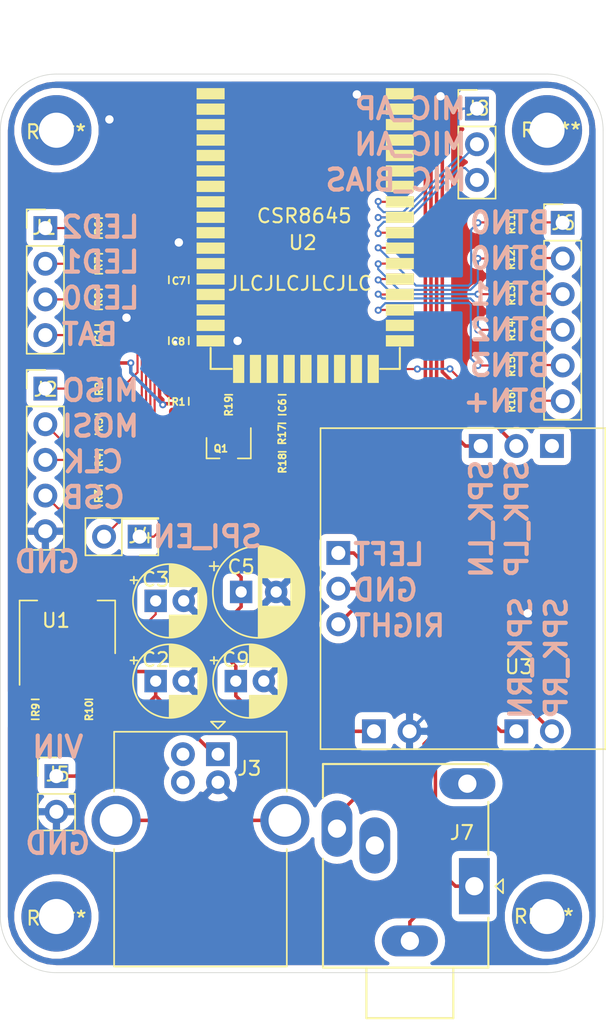
<source format=kicad_pcb>
(kicad_pcb (version 20171130) (host pcbnew "(5.1.5)-3")
  (layers (0 F.Cu signal) (31 B.Cu signal) (34 B.Paste user hide) (35 F.Paste user hide) (36 B.SilkS user) (37 F.SilkS user) (38 B.Mask user) (39 F.Mask user) (44 Edge.Cuts user))
  (net 0 "")
  (net 1 GND)
  (net 2 BAT)
  (net 3 VIN)
  (net 4 "Net-(C3-Pad1)")
  (net 5 "Net-(C6-Pad2)")
  (net 6 1V8)
  (net 7 "Net-(J1-Pad1)")
  (net 8 "Net-(J1-Pad2)")
  (net 9 "Net-(J1-Pad3)")
  (net 10 "Net-(J2-Pad1)")
  (net 11 "Net-(J2-Pad2)")
  (net 12 "Net-(J2-Pad3)")
  (net 13 "Net-(J2-Pad4)")
  (net 14 "Net-(J3-Pad2)")
  (net 15 "Net-(J3-Pad3)")
  (net 16 "Net-(J3-Pad5)")
  (net 17 "Net-(J4-Pad1)")
  (net 18 SPI_PCM)
  (net 19 "Net-(J6-Pad1)")
  (net 20 "Net-(J6-Pad2)")
  (net 21 "Net-(J6-Pad3)")
  (net 22 "Net-(J6-Pad4)")
  (net 23 "Net-(J6-Pad5)")
  (net 24 "Net-(J6-Pad6)")
  (net 25 "Net-(J7-PadT)")
  (net 26 "Net-(J7-PadTN)")
  (net 27 "Net-(J7-PadRN)")
  (net 28 "Net-(J7-PadR)")
  (net 29 "Net-(J7-PadS)")
  (net 30 "Net-(Q1-Pad1)")
  (net 31 POWER_EN)
  (net 32 MISO)
  (net 33 MOSI)
  (net 34 CLK)
  (net 35 CSB)
  (net 36 LED0)
  (net 37 LED1)
  (net 38 LED2)
  (net 39 BTN0)
  (net 40 BTN1)
  (net 41 BTN2)
  (net 42 BTN3)
  (net 43 BTN4)
  (net 44 "Net-(U2-Pad4)")
  (net 45 "Net-(U2-Pad10)")
  (net 46 "Net-(U2-Pad11)")
  (net 47 "Net-(U2-Pad12)")
  (net 48 "Net-(U2-Pad13)")
  (net 49 "Net-(U2-Pad18)")
  (net 50 "Net-(U2-Pad19)")
  (net 51 "Net-(U2-Pad20)")
  (net 52 "Net-(U2-Pad21)")
  (net 53 "Net-(U2-Pad24)")
  (net 54 "Net-(U2-Pad25)")
  (net 55 "Net-(U2-Pad26)")
  (net 56 SPK_LP)
  (net 57 SPK_LN)
  (net 58 SPK_RP)
  (net 59 SPK_RN)
  (net 60 "Net-(U2-Pad38)")
  (net 61 "Net-(U2-Pad37)")
  (net 62 "Net-(U3-Pad10)")
  (net 63 MIC_AP)
  (net 64 MIC_AN)
  (net 65 MIC_BIAS)
  (net 66 PIO13)
  (net 67 PIO12)
  (net 68 "Net-(U2-Pad28)")
  (net 69 "Net-(U2-Pad27)")
  (module Resistor_SMD:R_0805_2012Metric_Pad1.15x1.40mm_HandSolder (layer F.Cu) (at 131.487 104.245 180)
    (fp_text reference R9 (at -0.0342 -0.0474 90) (layer F.SilkS) (effects (font (size 0.5 0.5) (thickness 0.125))))
    (fp_text value 220)
    (pad 2 smd roundrect (at 1.025 0 180) (size 1.15 1.4) (layers F.Cu F.Paste F.Mask) (roundrect_rratio 0.217391) (net 1 GND))
    (pad 1 smd roundrect (at -1.025 0 180) (size 1.15 1.4) (layers F.Cu F.Paste F.Mask) (roundrect_rratio 0.217391) (net 4 "Net-(C3-Pad1)"))
  )
  (module Resistor_SMD:R_0805_2012Metric_Pad1.15x1.40mm_HandSolder (layer F.Cu) (at 135.315 104.245 180)
    (fp_text reference R10 (at -0.0162 -0.0982 90) (layer F.SilkS) (effects (font (size 0.5 0.5) (thickness 0.125))))
    (fp_text value 120)
    (pad 1 smd roundrect (at -1.025 0 180) (size 1.15 1.4) (layers F.Cu F.Paste F.Mask) (roundrect_rratio 0.217391) (net 2 BAT))
    (pad 2 smd roundrect (at 1.025 0 180) (size 1.15 1.4) (layers F.Cu F.Paste F.Mask) (roundrect_rratio 0.217391) (net 4 "Net-(C3-Pad1)"))
  )
  (module Package_TO_SOT_SMD:SOT-223-3_TabPin2 (layer F.Cu) (at 133.782 98.403 90)
    (fp_text reference U1 (at 0.486 -0.813 180) (layer F.SilkS))
    (fp_text value LD1117SC-R)
    (pad 2 smd rect (at 3.15 0 90) (size 2 3.8) (layers F.Cu F.Paste F.Mask) (net 2 BAT))
    (pad 2 smd rect (at -3.15 0 90) (size 2 1.5) (layers F.Cu F.Paste F.Mask) (net 2 BAT))
    (pad 3 smd rect (at -3.15 2.3 90) (size 2 1.5) (layers F.Cu F.Paste F.Mask) (net 3 VIN))
    (pad 1 smd rect (at -3.15 -2.3 90) (size 2 1.5) (layers F.Cu F.Paste F.Mask) (net 4 "Net-(C3-Pad1)"))
  )
  (module Resistor_SMD:R_0805_2012Metric_Pad1.15x1.40mm_HandSolder (layer F.Cu) (at 165.435 82.264)
    (fp_text reference R16 (at 0.0206 0.1082 90) (layer F.SilkS) (effects (font (size 0.5 0.5) (thickness 0.125))))
    (fp_text value 4k7)
    (pad 2 smd roundrect (at 1.025 0) (size 1.15 1.4) (layers F.Cu F.Paste F.Mask) (roundrect_rratio 0.217391) (net 24 "Net-(J6-Pad6)"))
    (pad 1 smd roundrect (at -1.025 0) (size 1.15 1.4) (layers F.Cu F.Paste F.Mask) (roundrect_rratio 0.217391) (net 6 1V8))
  )
  (module Resistor_SMD:R_0805_2012Metric_Pad1.15x1.40mm_HandSolder (layer F.Cu) (at 165.417 72.104)
    (fp_text reference R12 (at 0.0132 0.1082 90) (layer F.SilkS) (effects (font (size 0.5 0.5) (thickness 0.125))))
    (fp_text value 4k7)
    (pad 2 smd roundrect (at 1.025 0) (size 1.15 1.4) (layers F.Cu F.Paste F.Mask) (roundrect_rratio 0.217391) (net 20 "Net-(J6-Pad2)"))
    (pad 1 smd roundrect (at -1.025 0) (size 1.15 1.4) (layers F.Cu F.Paste F.Mask) (roundrect_rratio 0.217391) (net 40 BTN1))
  )
  (module Resistor_SMD:R_0805_2012Metric_Pad1.15x1.40mm_HandSolder (layer F.Cu) (at 165.435 74.644)
    (fp_text reference R13 (at 0.0206 0.1082 90) (layer F.SilkS) (effects (font (size 0.5 0.5) (thickness 0.125))))
    (fp_text value 4k7)
    (pad 1 smd roundrect (at -1.025 0) (size 1.15 1.4) (layers F.Cu F.Paste F.Mask) (roundrect_rratio 0.217391) (net 41 BTN2))
    (pad 2 smd roundrect (at 1.025 0) (size 1.15 1.4) (layers F.Cu F.Paste F.Mask) (roundrect_rratio 0.217391) (net 21 "Net-(J6-Pad3)"))
  )
  (module Resistor_SMD:R_0805_2012Metric_Pad1.15x1.40mm_HandSolder (layer F.Cu) (at 165.435 77.184)
    (fp_text reference R14 (at 0.0206 0.1082 90) (layer F.SilkS) (effects (font (size 0.5 0.5) (thickness 0.125))))
    (fp_text value 4k7)
    (pad 2 smd roundrect (at 1.025 0) (size 1.15 1.4) (layers F.Cu F.Paste F.Mask) (roundrect_rratio 0.217391) (net 22 "Net-(J6-Pad4)"))
    (pad 1 smd roundrect (at -1.025 0) (size 1.15 1.4) (layers F.Cu F.Paste F.Mask) (roundrect_rratio 0.217391) (net 42 BTN3))
  )
  (module Resistor_SMD:R_0805_2012Metric_Pad1.15x1.40mm_HandSolder (layer F.Cu) (at 165.435 69.564)
    (fp_text reference R11 (at 0.0206 0.1082 90) (layer F.SilkS) (effects (font (size 0.5 0.5) (thickness 0.125))))
    (fp_text value 4k7)
    (pad 1 smd roundrect (at -1.025 0) (size 1.15 1.4) (layers F.Cu F.Paste F.Mask) (roundrect_rratio 0.217391) (net 39 BTN0))
    (pad 2 smd roundrect (at 1.025 0) (size 1.15 1.4) (layers F.Cu F.Paste F.Mask) (roundrect_rratio 0.217391) (net 19 "Net-(J6-Pad1)"))
  )
  (module Resistor_SMD:R_0805_2012Metric_Pad1.15x1.40mm_HandSolder (layer F.Cu) (at 165.435 79.724)
    (fp_text reference R15 (at 0.0206 0.1082 90) (layer F.SilkS) (effects (font (size 0.5 0.5) (thickness 0.125))))
    (fp_text value 4k7)
    (pad 1 smd roundrect (at -1.025 0) (size 1.15 1.4) (layers F.Cu F.Paste F.Mask) (roundrect_rratio 0.217391) (net 43 BTN4))
    (pad 2 smd roundrect (at 1.025 0) (size 1.15 1.4) (layers F.Cu F.Paste F.Mask) (roundrect_rratio 0.217391) (net 23 "Net-(J6-Pad5)"))
  )
  (module Connector_PinHeader_2.54mm:PinHeader_1x06_P2.54mm_Vertical (layer F.Cu) (at 169.116 69.596)
    (fp_text reference J6 (at 0.048 0) (layer F.SilkS))
    (fp_text value Conn_01x06_Male)
    (pad 1 thru_hole rect (at 0 0) (size 1.7 1.7) (drill 1) (layers *.Cu *.Mask) (net 19 "Net-(J6-Pad1)"))
    (pad 2 thru_hole oval (at 0 2.54) (size 1.7 1.7) (drill 1) (layers *.Cu *.Mask) (net 20 "Net-(J6-Pad2)"))
    (pad 3 thru_hole oval (at 0 5.08) (size 1.7 1.7) (drill 1) (layers *.Cu *.Mask) (net 21 "Net-(J6-Pad3)"))
    (pad 4 thru_hole oval (at 0 7.62) (size 1.7 1.7) (drill 1) (layers *.Cu *.Mask) (net 22 "Net-(J6-Pad4)"))
    (pad 5 thru_hole oval (at 0 10.16) (size 1.7 1.7) (drill 1) (layers *.Cu *.Mask) (net 23 "Net-(J6-Pad5)"))
    (pad 6 thru_hole oval (at 0 12.7) (size 1.7 1.7) (drill 1) (layers *.Cu *.Mask) (net 24 "Net-(J6-Pad6)"))
  )
  (module Connector_PinHeader_2.54mm:PinHeader_1x03_P2.54mm_Vertical (layer F.Cu) (at 163 61.46)
    (fp_text reference J8 (at 0.0426 -0.0174) (layer F.SilkS))
    (fp_text value Conn_01x03_Male)
    (pad 1 thru_hole rect (at 0 0) (size 1.7 1.7) (drill 1) (layers *.Cu *.Mask) (net 63 MIC_AP))
    (pad 2 thru_hole oval (at 0 2.54) (size 1.7 1.7) (drill 1) (layers *.Cu *.Mask) (net 64 MIC_AN))
    (pad 3 thru_hole oval (at 0 5.08) (size 1.7 1.7) (drill 1) (layers *.Cu *.Mask) (net 65 MIC_BIAS))
  )
  (module MountingHole:MountingHole_2.5mm_Pad (layer F.Cu) (at 168 119)
    (fp_text reference REF** (at -0.233 -0.001) (layer F.SilkS))
    (fp_text value MountingHole_2.5mm_Pad)
    (pad 1 thru_hole circle (at 0 0) (size 5 5) (drill 2.5) (layers *.Cu *.Mask))
  )
  (module MountingHole:MountingHole_2.5mm_Pad (layer F.Cu) (at 168 63)
    (fp_text reference REF** (at 0.275 -0.008) (layer F.SilkS))
    (fp_text value MountingHole_2.5mm_Pad)
    (pad 1 thru_hole circle (at 0 0) (size 5 5) (drill 2.5) (layers *.Cu *.Mask))
  )
  (module MountingHole:MountingHole_2.5mm_Pad (layer F.Cu) (at 133 119)
    (fp_text reference REF** (at 0 0.126) (layer F.SilkS))
    (fp_text value MountingHole_2.5mm_Pad)
    (pad 1 thru_hole circle (at 0 0) (size 5 5) (drill 2.5) (layers *.Cu *.Mask))
  )
  (module MountingHole:MountingHole_2.5mm_Pad (layer F.Cu) (at 133 63)
    (fp_text reference REF** (at -0.031 0.119) (layer F.SilkS))
    (fp_text value MountingHole_2.5mm_Pad)
    (pad 1 thru_hole circle (at 0 0) (size 5 5) (drill 2.5) (layers *.Cu *.Mask))
  )
  (module bluetooth:MAX97220_amp (layer F.Cu) (at 162 102 90)
    (fp_text reference U3 (at 0.781 3.989 180) (layer F.SilkS))
    (fp_text value MAX97220_Amp)
    (pad 1 thru_hole rect (at -3.81 -6.35 90) (size 1.7 1.7) (drill 1) (layers *.Cu *.Mask) (net 2 BAT))
    (pad 2 thru_hole oval (at -3.81 -3.81 90) (size 1.7 1.7) (drill 1) (layers *.Cu *.Mask) (net 1 GND))
    (pad 3 thru_hole rect (at -3.81 3.81 90) (size 1.7 1.7) (drill 1) (layers *.Cu *.Mask) (net 59 SPK_RN))
    (pad 4 thru_hole oval (at -3.81 6.35 90) (size 1.7 1.7) (drill 1) (layers *.Cu *.Mask) (net 58 SPK_RP))
    (pad 7 thru_hole circle (at 3.81 -8.89 90) (size 1.7 1.7) (drill 1) (layers *.Cu *.Mask) (net 28 "Net-(J7-PadR)"))
    (pad 8 thru_hole circle (at 6.35 -8.89 90) (size 1.7 1.7) (drill 1) (layers *.Cu *.Mask) (net 29 "Net-(J7-PadS)"))
    (pad 9 thru_hole rect (at 8.89 -8.89 90) (size 1.7 1.7) (drill 1) (layers *.Cu *.Mask) (net 25 "Net-(J7-PadT)"))
    (pad 6 thru_hole circle (at 16.51 3.81 90) (size 1.7 1.7) (drill 1) (layers *.Cu *.Mask) (net 56 SPK_LP))
    (pad 10 thru_hole rect (at 16.51 6.35 90) (size 1.7 1.7) (drill 1) (layers *.Cu *.Mask) (net 62 "Net-(U3-Pad10)"))
    (pad 5 thru_hole rect (at 16.51 1.27 90) (size 1.7 1.7) (drill 1) (layers *.Cu *.Mask) (net 57 SPK_LN))
  )
  (module bluetooth:F-3188_CSR8645 (layer F.Cu) (at 144 80)
    (fp_text reference U2 (at 6.57 -8.99) (layer F.SilkS))
    (fp_text value CSR8645 (at 6.68 -10.9) (layer F.SilkS))
    (pad 1 smd rect (at 0 -19.6) (size 2 0.8) (layers F.Cu F.Paste F.SilkS F.Mask) (net 38 LED2))
    (pad 2 smd rect (at 0 -18.5) (size 2 0.8) (layers F.Cu F.Paste F.SilkS F.Mask) (net 37 LED1))
    (pad 3 smd rect (at 0 -17.4) (size 2 0.8) (layers F.Cu F.Paste F.SilkS F.Mask) (net 36 LED0))
    (pad 4 smd rect (at 0 -16.3) (size 2 0.8) (layers F.Cu F.Paste F.SilkS F.Mask) (net 44 "Net-(U2-Pad4)"))
    (pad 5 smd rect (at 0 -15.2) (size 2 0.8) (layers F.Cu F.Paste F.SilkS F.Mask) (net 32 MISO))
    (pad 6 smd rect (at 0 -14.1) (size 2 0.8) (layers F.Cu F.Paste F.SilkS F.Mask) (net 35 CSB))
    (pad 7 smd rect (at 0 -13) (size 2 0.8) (layers F.Cu F.Paste F.SilkS F.Mask) (net 34 CLK))
    (pad 8 smd rect (at 0 -11.9) (size 2 0.8) (layers F.Cu F.Paste F.SilkS F.Mask) (net 33 MOSI))
    (pad 9 smd rect (at 0 -10.8) (size 2 0.8) (layers F.Cu F.Paste F.SilkS F.Mask) (net 18 SPI_PCM))
    (pad 10 smd rect (at 0 -9.7) (size 2 0.8) (layers F.Cu F.Paste F.SilkS F.Mask) (net 45 "Net-(U2-Pad10)"))
    (pad 11 smd rect (at 0 -8.6) (size 2 0.8) (layers F.Cu F.Paste F.SilkS F.Mask) (net 46 "Net-(U2-Pad11)"))
    (pad 12 smd rect (at 0 -7.5) (size 2 0.8) (layers F.Cu F.Paste F.SilkS F.Mask) (net 47 "Net-(U2-Pad12)"))
    (pad 13 smd rect (at 0 -6.4) (size 2 0.8) (layers F.Cu F.Paste F.SilkS F.Mask) (net 48 "Net-(U2-Pad13)"))
    (pad 14 smd rect (at 0 -5.3) (size 2 0.8) (layers F.Cu F.Paste F.SilkS F.Mask) (net 2 BAT))
    (pad 15 smd rect (at 0 -4.2) (size 2 0.8) (layers F.Cu F.Paste F.SilkS F.Mask) (net 31 POWER_EN))
    (pad 16 smd rect (at 0 -3.1) (size 2 0.8) (layers F.Cu F.Paste F.SilkS F.Mask) (net 6 1V8))
    (pad 17 smd rect (at 0 -2) (size 2 0.8) (layers F.Cu F.Paste F.SilkS F.Mask) (net 1 GND))
    (pad 18 smd rect (at 2 0) (size 0.8 2) (layers F.Cu F.Paste F.SilkS F.Mask) (net 49 "Net-(U2-Pad18)"))
    (pad 19 smd rect (at 3.2 0) (size 0.8 2) (layers F.Cu F.Paste F.SilkS F.Mask) (net 50 "Net-(U2-Pad19)"))
    (pad 20 smd rect (at 4.4 0) (size 0.8 2) (layers F.Cu F.Paste F.SilkS F.Mask) (net 51 "Net-(U2-Pad20)"))
    (pad 21 smd rect (at 5.6 0) (size 0.8 2) (layers F.Cu F.Paste F.SilkS F.Mask) (net 52 "Net-(U2-Pad21)"))
    (pad 22 smd rect (at 6.8 0) (size 0.8 2) (layers F.Cu F.Paste F.SilkS F.Mask) (net 67 PIO12))
    (pad 23 smd rect (at 8 0) (size 0.8 2) (layers F.Cu F.Paste F.SilkS F.Mask) (net 66 PIO13))
    (pad 24 smd rect (at 9.2 0) (size 0.8 2) (layers F.Cu F.Paste F.SilkS F.Mask) (net 53 "Net-(U2-Pad24)"))
    (pad 25 smd rect (at 10.4 0) (size 0.8 2) (layers F.Cu F.Paste F.SilkS F.Mask) (net 54 "Net-(U2-Pad25)"))
    (pad 26 smd rect (at 11.6 0) (size 0.8 2) (layers F.Cu F.Paste F.SilkS F.Mask) (net 55 "Net-(U2-Pad26)"))
    (pad 43 smd rect (at 13.5 -19.6) (size 2 0.8) (layers F.Cu F.Paste F.SilkS F.Mask) (net 1 GND))
    (pad 42 smd rect (at 13.5 -18.5) (size 2 0.8) (layers F.Cu F.Paste F.SilkS F.Mask) (net 56 SPK_LP))
    (pad 41 smd rect (at 13.5 -17.4) (size 2 0.8) (layers F.Cu F.Paste F.SilkS F.Mask) (net 57 SPK_LN))
    (pad 40 smd rect (at 13.5 -16.3) (size 2 0.8) (layers F.Cu F.Paste F.SilkS F.Mask) (net 58 SPK_RP))
    (pad 39 smd rect (at 13.5 -15.2) (size 2 0.8) (layers F.Cu F.Paste F.SilkS F.Mask) (net 59 SPK_RN))
    (pad 38 smd rect (at 13.5 -14.1) (size 2 0.8) (layers F.Cu F.Paste F.SilkS F.Mask) (net 60 "Net-(U2-Pad38)"))
    (pad 37 smd rect (at 13.5 -13) (size 2 0.8) (layers F.Cu F.Paste F.SilkS F.Mask) (net 61 "Net-(U2-Pad37)"))
    (pad 36 smd rect (at 13.5 -11.9) (size 2 0.8) (layers F.Cu F.Paste F.SilkS F.Mask) (net 63 MIC_AP))
    (pad 35 smd rect (at 13.5 -10.8) (size 2 0.8) (layers F.Cu F.Paste F.SilkS F.Mask) (net 64 MIC_AN))
    (pad 34 smd rect (at 13.5 -9.7) (size 2 0.8) (layers F.Cu F.Paste F.SilkS F.Mask) (net 65 MIC_BIAS))
    (pad 33 smd rect (at 13.5 -8.6) (size 2 0.8) (layers F.Cu F.Paste F.SilkS F.Mask) (net 39 BTN0))
    (pad 32 smd rect (at 13.5 -7.5) (size 2 0.8) (layers F.Cu F.Paste F.SilkS F.Mask) (net 40 BTN1))
    (pad 31 smd rect (at 13.5 -6.4) (size 2 0.8) (layers F.Cu F.Paste F.SilkS F.Mask) (net 41 BTN2))
    (pad 30 smd rect (at 13.5 -5.3) (size 2 0.8) (layers F.Cu F.Paste F.SilkS F.Mask) (net 42 BTN3))
    (pad 29 smd rect (at 13.5 -4.2) (size 2 0.8) (layers F.Cu F.Paste F.SilkS F.Mask) (net 43 BTN4))
    (pad 28 smd rect (at 13.5 -3.1) (size 2 0.8) (layers F.Cu F.Paste F.SilkS F.Mask) (net 68 "Net-(U2-Pad28)"))
    (pad 27 smd rect (at 13.5 -2) (size 2 0.8) (layers F.Cu F.Paste F.SilkS F.Mask) (net 69 "Net-(U2-Pad27)"))
  )
  (module Package_TO_SOT_SMD:SOT-23 (layer F.Cu) (at 145.288 85.614 270)
    (fp_text reference Q1 (at 0.0602 0.5588 180) (layer F.SilkS) (effects (font (size 0.5 0.5) (thickness 0.125))))
    (fp_text value BC817)
    (pad 1 smd rect (at -1 -0.95 270) (size 0.9 0.8) (layers F.Cu F.Paste F.Mask) (net 30 "Net-(Q1-Pad1)"))
    (pad 2 smd rect (at -1 0.95 270) (size 0.9 0.8) (layers F.Cu F.Paste F.Mask) (net 1 GND))
    (pad 3 smd rect (at 1 0 270) (size 0.9 0.8) (layers F.Cu F.Paste F.Mask) (net 31 POWER_EN))
  )
  (module Resistor_SMD:R_0805_2012Metric_Pad1.15x1.40mm_HandSolder (layer F.Cu) (at 149.089 84.582 180)
    (fp_text reference R17 (at -0.009 -0.1016 90) (layer F.SilkS) (effects (font (size 0.5 0.5) (thickness 0.125))))
    (fp_text value 1k)
    (pad 1 smd roundrect (at -1.025 0 180) (size 1.15 1.4) (layers F.Cu F.Paste F.Mask) (roundrect_rratio 0.217391) (net 5 "Net-(C6-Pad2)"))
    (pad 2 smd roundrect (at 1.025 0 180) (size 1.15 1.4) (layers F.Cu F.Paste F.Mask) (roundrect_rratio 0.217391) (net 30 "Net-(Q1-Pad1)"))
  )
  (module Resistor_SMD:R_0805_2012Metric_Pad1.15x1.40mm_HandSolder (layer F.Cu) (at 149.107 86.614)
    (fp_text reference R18 (at 0.0164 0.1016 90) (layer F.SilkS) (effects (font (size 0.5 0.5) (thickness 0.125))))
    (fp_text value 10k)
    (pad 1 smd roundrect (at -1.025 0) (size 1.15 1.4) (layers F.Cu F.Paste F.Mask) (roundrect_rratio 0.217391) (net 30 "Net-(Q1-Pad1)"))
    (pad 2 smd roundrect (at 1.025 0) (size 1.15 1.4) (layers F.Cu F.Paste F.Mask) (roundrect_rratio 0.217391) (net 1 GND))
  )
  (module Resistor_SMD:R_0805_2012Metric_Pad1.15x1.40mm_HandSolder (layer F.Cu) (at 145.288 82.55 180)
    (fp_text reference R19 (at 0 -0.1016 90) (layer F.SilkS) (effects (font (size 0.5 0.5) (thickness 0.125))))
    (fp_text value 10k)
    (pad 2 smd roundrect (at 1.025 0 180) (size 1.15 1.4) (layers F.Cu F.Paste F.Mask) (roundrect_rratio 0.217391) (net 31 POWER_EN))
    (pad 1 smd roundrect (at -1.025 0 180) (size 1.15 1.4) (layers F.Cu F.Paste F.Mask) (roundrect_rratio 0.217391) (net 2 BAT))
  )
  (module Capacitor_SMD:C_0805_2012Metric_Pad1.15x1.40mm_HandSolder (layer F.Cu) (at 149.107 82.55)
    (fp_text reference C6 (at 0.0164 0.0508 270) (layer F.SilkS) (effects (font (size 0.5 0.5) (thickness 0.125))))
    (fp_text value 1µ)
    (pad 2 smd roundrect (at 1.025 0) (size 1.15 1.4) (layers F.Cu F.Paste F.Mask) (roundrect_rratio 0.217391) (net 5 "Net-(C6-Pad2)"))
    (pad 1 smd roundrect (at -1.025 0) (size 1.15 1.4) (layers F.Cu F.Paste F.Mask) (roundrect_rratio 0.217391) (net 2 BAT))
  )
  (module Capacitor_THT:CP_Radial_D5.0mm_P2.00mm (layer F.Cu) (at 145.796 102.235)
    (fp_text reference C9 (at 0 -1.524) (layer F.SilkS))
    (fp_text value 10µ)
    (pad 2 thru_hole circle (at 2 0) (size 1.6 1.6) (drill 0.8) (layers *.Cu *.Mask) (net 1 GND))
    (pad 1 thru_hole rect (at 0 0) (size 1.6 1.6) (drill 0.8) (layers *.Cu *.Mask) (net 2 BAT))
  )
  (module Capacitor_SMD:C_0805_2012Metric_Pad1.15x1.40mm_HandSolder (layer F.Cu) (at 136.011 77.59)
    (fp_text reference C1 (at 0.006 0.007 90) (layer F.SilkS) (effects (font (size 0.5 0.5) (thickness 0.125))))
    (fp_text value 1µ)
    (pad 2 smd roundrect (at 1.025 0) (size 1.15 1.4) (layers F.Cu F.Paste F.Mask) (roundrect_rratio 0.217391) (net 1 GND))
    (pad 1 smd roundrect (at -1.025 0) (size 1.15 1.4) (layers F.Cu F.Paste F.Mask) (roundrect_rratio 0.217391) (net 2 BAT))
  )
  (module Capacitor_THT:CP_Radial_D5.0mm_P2.00mm (layer F.Cu) (at 140.081 102.235)
    (fp_text reference C2 (at 0 -1.524) (layer F.SilkS))
    (fp_text value 10µ)
    (pad 1 thru_hole rect (at 0 0) (size 1.6 1.6) (drill 0.8) (layers *.Cu *.Mask) (net 3 VIN))
    (pad 2 thru_hole circle (at 2 0) (size 1.6 1.6) (drill 0.8) (layers *.Cu *.Mask) (net 1 GND))
  )
  (module Capacitor_THT:CP_Radial_D5.0mm_P2.00mm (layer F.Cu) (at 140.081 96.52)
    (fp_text reference C3 (at 0 -1.524 180) (layer F.SilkS))
    (fp_text value 10µ)
    (pad 1 thru_hole rect (at 0 0) (size 1.6 1.6) (drill 0.8) (layers *.Cu *.Mask) (net 4 "Net-(C3-Pad1)"))
    (pad 2 thru_hole circle (at 2 0) (size 1.6 1.6) (drill 0.8) (layers *.Cu *.Mask) (net 1 GND))
  )
  (module Capacitor_THT:CP_Radial_D6.3mm_P2.50mm (layer F.Cu) (at 146.177 95.885)
    (fp_text reference C5 (at 0 -1.778) (layer F.SilkS))
    (fp_text value 100µ)
    (pad 1 thru_hole rect (at 0 0) (size 1.6 1.6) (drill 0.8) (layers *.Cu *.Mask) (net 2 BAT))
    (pad 2 thru_hole circle (at 2.5 0) (size 1.6 1.6) (drill 0.8) (layers *.Cu *.Mask) (net 1 GND))
  )
  (module Capacitor_SMD:C_0805_2012Metric_Pad1.15x1.40mm_HandSolder (layer F.Cu) (at 141.732 73.651 90)
    (fp_text reference C7 (at -0.0852 0 180) (layer F.SilkS) (effects (font (size 0.5 0.5) (thickness 0.125))))
    (fp_text value 1µ)
    (pad 1 smd roundrect (at -1.025 0 90) (size 1.15 1.4) (layers F.Cu F.Paste F.Mask) (roundrect_rratio 0.217391) (net 2 BAT))
    (pad 2 smd roundrect (at 1.025 0 90) (size 1.15 1.4) (layers F.Cu F.Paste F.Mask) (roundrect_rratio 0.217391) (net 1 GND))
  )
  (module Capacitor_SMD:C_0805_2012Metric_Pad1.15x1.40mm_HandSolder (layer F.Cu) (at 141.732 77.987 270)
    (fp_text reference C8 (at 0.0672 0.0508 180) (layer F.SilkS) (effects (font (size 0.5 0.5) (thickness 0.125))))
    (fp_text value 1µ)
    (pad 1 smd roundrect (at -1.025 0 270) (size 1.15 1.4) (layers F.Cu F.Paste F.Mask) (roundrect_rratio 0.217391) (net 6 1V8))
    (pad 2 smd roundrect (at 1.025 0 270) (size 1.15 1.4) (layers F.Cu F.Paste F.Mask) (roundrect_rratio 0.217391) (net 1 GND))
  )
  (module Connector_PinHeader_2.54mm:PinHeader_1x04_P2.54mm_Vertical (layer F.Cu) (at 132.21 69.97)
    (fp_text reference J1 (at -0.0792 -0.0438) (layer F.SilkS))
    (fp_text value Conn_01x04_Male)
    (pad 1 thru_hole rect (at 0 0) (size 1.7 1.7) (drill 1) (layers *.Cu *.Mask) (net 7 "Net-(J1-Pad1)"))
    (pad 2 thru_hole oval (at 0 2.54) (size 1.7 1.7) (drill 1) (layers *.Cu *.Mask) (net 8 "Net-(J1-Pad2)"))
    (pad 3 thru_hole oval (at 0 5.08) (size 1.7 1.7) (drill 1) (layers *.Cu *.Mask) (net 9 "Net-(J1-Pad3)"))
    (pad 4 thru_hole oval (at 0 7.62) (size 1.7 1.7) (drill 1) (layers *.Cu *.Mask) (net 2 BAT))
  )
  (module Connector_PinHeader_2.54mm:PinHeader_1x05_P2.54mm_Vertical (layer F.Cu) (at 132.21 81.4)
    (fp_text reference J2 (at 0.0224 0.0578) (layer F.SilkS))
    (fp_text value Conn_01x05_Male)
    (pad 1 thru_hole rect (at 0 0) (size 1.7 1.7) (drill 1) (layers *.Cu *.Mask) (net 10 "Net-(J2-Pad1)"))
    (pad 2 thru_hole oval (at 0 2.54) (size 1.7 1.7) (drill 1) (layers *.Cu *.Mask) (net 11 "Net-(J2-Pad2)"))
    (pad 3 thru_hole oval (at 0 5.08) (size 1.7 1.7) (drill 1) (layers *.Cu *.Mask) (net 12 "Net-(J2-Pad3)"))
    (pad 4 thru_hole oval (at 0 7.62) (size 1.7 1.7) (drill 1) (layers *.Cu *.Mask) (net 13 "Net-(J2-Pad4)"))
    (pad 5 thru_hole oval (at 0 10.16) (size 1.7 1.7) (drill 1) (layers *.Cu *.Mask) (net 1 GND))
  )
  (module Connector_USB:USB_B_OST_USB-B1HSxx_Horizontal (layer F.Cu) (at 144.526 107.442 270)
    (fp_text reference J3 (at 1.016 -2.2352 180) (layer F.SilkS))
    (fp_text value USB_B)
    (pad 1 thru_hole rect (at 0 0 270) (size 1.7 1.7) (drill 0.92) (layers *.Cu *.Mask) (net 3 VIN))
    (pad 2 thru_hole circle (at 0 2.5 270) (size 1.7 1.7) (drill 0.92) (layers *.Cu *.Mask) (net 14 "Net-(J3-Pad2)"))
    (pad 3 thru_hole circle (at 2 2.5 270) (size 1.7 1.7) (drill 0.92) (layers *.Cu *.Mask) (net 15 "Net-(J3-Pad3)"))
    (pad 4 thru_hole circle (at 2 0 270) (size 1.7 1.7) (drill 0.92) (layers *.Cu *.Mask) (net 1 GND))
    (pad 5 thru_hole circle (at 4.71 -4.77 270) (size 3.5 3.5) (drill 2.33) (layers *.Cu *.Mask) (net 16 "Net-(J3-Pad5)"))
    (pad 5 thru_hole circle (at 4.71 7.27 270) (size 3.5 3.5) (drill 2.33) (layers *.Cu *.Mask) (net 16 "Net-(J3-Pad5)"))
  )
  (module Connector_PinHeader_2.54mm:PinHeader_2x01_P2.54mm_Vertical (layer F.Cu) (at 138.938 91.948 180)
    (fp_text reference J4 (at -0.0508 0.0508) (layer F.SilkS))
    (fp_text value Conn_02x01)
    (pad 1 thru_hole rect (at 0 0 180) (size 1.7 1.7) (drill 1) (layers *.Cu *.Mask) (net 17 "Net-(J4-Pad1)"))
    (pad 2 thru_hole oval (at 2.54 0 180) (size 1.7 1.7) (drill 1) (layers *.Cu *.Mask) (net 18 SPI_PCM))
  )
  (module Connector_PinHeader_2.54mm:PinHeader_1x02_P2.54mm_Vertical (layer F.Cu) (at 133 109)
    (fp_text reference J5 (at 0.096 -0.1356) (layer F.SilkS))
    (fp_text value Conn_01x02_Male)
    (pad 1 thru_hole rect (at 0 0) (size 1.7 1.7) (drill 1) (layers *.Cu *.Mask) (net 3 VIN))
    (pad 2 thru_hole oval (at 0 2.54) (size 1.7 1.7) (drill 1) (layers *.Cu *.Mask) (net 1 GND))
  )
  (module Connector_Audio:Jack_3.5mm_Ledino_KB3SPRS_Horizontal (layer F.Cu) (at 162.814 116.84 90)
    (fp_text reference J7 (at 3.81 -0.889 180) (layer F.SilkS))
    (fp_text value AudioJack3_SwitchTR)
    (pad T thru_hole rect (at 0 0 90) (size 4 2.2) (drill 1.3) (layers *.Cu *.Mask) (net 25 "Net-(J7-PadT)"))
    (pad TN thru_hole oval (at 7.3 -0.5 180) (size 4 2.2) (drill 1.3) (layers *.Cu *.Mask) (net 26 "Net-(J7-PadTN)"))
    (pad RN thru_hole oval (at 2.9 -7.1 90) (size 4 2.2) (drill 1.3) (layers *.Cu *.Mask) (net 27 "Net-(J7-PadRN)"))
    (pad R thru_hole oval (at 4.1 -9.8 90) (size 4 2.2) (drill 1.3) (layers *.Cu *.Mask) (net 28 "Net-(J7-PadR)"))
    (pad S thru_hole oval (at -3.9 -4.6 90) (size 2.2 4) (drill 1.3) (layers *.Cu *.Mask) (net 29 "Net-(J7-PadS)"))
  )
  (module Resistor_SMD:R_0805_2012Metric_Pad1.15x1.40mm_HandSolder (layer F.Cu) (at 141.732 82.305 90)
    (fp_text reference R1 (at -0.0418 -0.0254 180) (layer F.SilkS) (effects (font (size 0.5 0.5) (thickness 0.125))))
    (fp_text value 10k)
    (pad 2 smd roundrect (at 1.025 0 90) (size 1.15 1.4) (layers F.Cu F.Paste F.Mask) (roundrect_rratio 0.217391) (net 6 1V8))
    (pad 1 smd roundrect (at -1.025 0 90) (size 1.15 1.4) (layers F.Cu F.Paste F.Mask) (roundrect_rratio 0.217391) (net 17 "Net-(J4-Pad1)"))
  )
  (module Resistor_SMD:R_0805_2012Metric_Pad1.15x1.40mm_HandSolder (layer F.Cu) (at 136.029 81.4 180)
    (fp_text reference R2 (at -0.0134 -0.0324 270) (layer F.SilkS) (effects (font (size 0.5 0.5) (thickness 0.125))))
    (fp_text value 10k)
    (pad 2 smd roundrect (at 1.025 0 180) (size 1.15 1.4) (layers F.Cu F.Paste F.Mask) (roundrect_rratio 0.217391) (net 10 "Net-(J2-Pad1)"))
    (pad 1 smd roundrect (at -1.025 0 180) (size 1.15 1.4) (layers F.Cu F.Paste F.Mask) (roundrect_rratio 0.217391) (net 32 MISO))
  )
  (module Resistor_SMD:R_0805_2012Metric_Pad1.15x1.40mm_HandSolder (layer F.Cu) (at 136.011 89.02 180)
    (fp_text reference R3 (at -0.006 -0.0324 90) (layer F.SilkS) (effects (font (size 0.5 0.5) (thickness 0.125))))
    (fp_text value 10k)
    (pad 1 smd roundrect (at -1.025 0 180) (size 1.15 1.4) (layers F.Cu F.Paste F.Mask) (roundrect_rratio 0.217391) (net 33 MOSI))
    (pad 2 smd roundrect (at 1.025 0 180) (size 1.15 1.4) (layers F.Cu F.Paste F.Mask) (roundrect_rratio 0.217391) (net 11 "Net-(J2-Pad2)"))
  )
  (module Resistor_SMD:R_0805_2012Metric_Pad1.15x1.40mm_HandSolder (layer F.Cu) (at 136.029 86.48 180)
    (fp_text reference R4 (at -0.0134 -0.007 90) (layer F.SilkS) (effects (font (size 0.5 0.5) (thickness 0.125))))
    (fp_text value 10k)
    (pad 2 smd roundrect (at 1.025 0 180) (size 1.15 1.4) (layers F.Cu F.Paste F.Mask) (roundrect_rratio 0.217391) (net 12 "Net-(J2-Pad3)"))
    (pad 1 smd roundrect (at -1.025 0 180) (size 1.15 1.4) (layers F.Cu F.Paste F.Mask) (roundrect_rratio 0.217391) (net 34 CLK))
  )
  (module Resistor_SMD:R_0805_2012Metric_Pad1.15x1.40mm_HandSolder (layer F.Cu) (at 136.029 83.94 180)
    (fp_text reference R5 (at -0.0134 -0.0324 90) (layer F.SilkS) (effects (font (size 0.5 0.5) (thickness 0.125))))
    (fp_text value 10k)
    (pad 1 smd roundrect (at -1.025 0 180) (size 1.15 1.4) (layers F.Cu F.Paste F.Mask) (roundrect_rratio 0.217391) (net 35 CSB))
    (pad 2 smd roundrect (at 1.025 0 180) (size 1.15 1.4) (layers F.Cu F.Paste F.Mask) (roundrect_rratio 0.217391) (net 13 "Net-(J2-Pad4)"))
  )
  (module Resistor_SMD:R_0805_2012Metric_Pad1.15x1.40mm_HandSolder (layer F.Cu) (at 136.011 69.97 180)
    (fp_text reference R6 (at -0.006 -0.007 90) (layer F.SilkS) (effects (font (size 0.5 0.5) (thickness 0.125))))
    (fp_text value 330)
    (pad 2 smd roundrect (at 1.025 0 180) (size 1.15 1.4) (layers F.Cu F.Paste F.Mask) (roundrect_rratio 0.217391) (net 7 "Net-(J1-Pad1)"))
    (pad 1 smd roundrect (at -1.025 0 180) (size 1.15 1.4) (layers F.Cu F.Paste F.Mask) (roundrect_rratio 0.217391) (net 38 LED2))
  )
  (module Resistor_SMD:R_0805_2012Metric_Pad1.15x1.40mm_HandSolder (layer F.Cu) (at 136.02 72.51 180)
    (fp_text reference R7 (at 0.003 -0.007 90) (layer F.SilkS) (effects (font (size 0.5 0.5) (thickness 0.125))))
    (fp_text value 330)
    (pad 1 smd roundrect (at -1.025 0 180) (size 1.15 1.4) (layers F.Cu F.Paste F.Mask) (roundrect_rratio 0.217391) (net 37 LED1))
    (pad 2 smd roundrect (at 1.025 0 180) (size 1.15 1.4) (layers F.Cu F.Paste F.Mask) (roundrect_rratio 0.217391) (net 8 "Net-(J1-Pad2)"))
  )
  (module Resistor_SMD:R_0805_2012Metric_Pad1.15x1.40mm_HandSolder (layer F.Cu) (at 136.011 75.05 180)
    (fp_text reference R8 (at -0.006 -0.007 90) (layer F.SilkS) (effects (font (size 0.5 0.5) (thickness 0.125))))
    (fp_text value 330)
    (pad 1 smd roundrect (at -1.025 0 180) (size 1.15 1.4) (layers F.Cu F.Paste F.Mask) (roundrect_rratio 0.217391) (net 36 LED0))
    (pad 2 smd roundrect (at 1.025 0 180) (size 1.15 1.4) (layers F.Cu F.Paste F.Mask) (roundrect_rratio 0.217391) (net 9 "Net-(J1-Pad3)"))
  )
  (gr_text JLCJLCJLCJLC (at 150.368 73.914) (layer F.SilkS) (effects (font (size 1 1))))
  (gr_text RIGHT (at 157.48 98.298) (layer B.SilkS) (effects (font (size 1.5 1.5) (thickness 0.3)) (justify mirror)))
  (gr_text LEFT (at 156.718 93.218) (layer B.SilkS) (effects (font (size 1.5 1.5) (thickness 0.3)) (justify mirror)))
  (gr_text GND (at 156.464 95.758) (layer B.SilkS) (effects (font (size 1.5 1.5) (thickness 0.3)) (justify mirror)))
  (gr_text SPK_LN (at 163.322 90.678 90) (layer B.SilkS) (effects (font (size 1.5 1.5) (thickness 0.3)) (justify mirror)))
  (gr_text SPK_LP (at 165.862 90.678 90) (layer B.SilkS) (effects (font (size 1.5 1.5) (thickness 0.3)) (justify mirror)))
  (gr_text SPK_RN (at 166.116 100.584 90) (layer B.SilkS) (effects (font (size 1.5 1.5) (thickness 0.3)) (justify mirror)))
  (gr_text SPK_RP (at 168.656 100.584 90) (layer B.SilkS) (effects (font (size 1.5 1.5) (thickness 0.3)) (justify mirror)))
  (gr_text VIN (at 133.096 106.934) (layer B.SilkS) (effects (font (size 1.5 1.5) (thickness 0.3)) (justify mirror)))
  (gr_text GND (at 133.096 113.792) (layer B.SilkS) (effects (font (size 1.5 1.5) (thickness 0.3)) (justify mirror)))
  (gr_text SPI_EN (at 143.764 91.948) (layer B.SilkS) (effects (font (size 1.5 1.5) (thickness 0.3)) (justify mirror)))
  (gr_text MIC_BIAS (at 157.226 66.548) (layer B.SilkS) (effects (font (size 1.5 1.5) (thickness 0.3)) (justify mirror)))
  (gr_text MIC_AN (at 158.242 64.008) (layer B.SilkS) (effects (font (size 1.5 1.5) (thickness 0.3)) (justify mirror)))
  (gr_text MIC_AP (at 158.242 61.468) (layer B.SilkS) (effects (font (size 1.5 1.5) (thickness 0.3)) (justify mirror)))
  (gr_text BTN+ (at 165.1 82.296) (layer B.SilkS) (effects (font (size 1.5 1.5) (thickness 0.3)) (justify mirror)))
  (gr_text BTN3 (at 165.354 79.756) (layer B.SilkS) (effects (font (size 1.5 1.5) (thickness 0.3)) (justify mirror)))
  (gr_text BTN2 (at 165.354 77.216) (layer B.SilkS) (effects (font (size 1.5 1.5) (thickness 0.3)) (justify mirror)))
  (gr_text BTN1 (at 165.354 74.676) (layer B.SilkS) (effects (font (size 1.5 1.5) (thickness 0.3)) (justify mirror)))
  (gr_text BTN0 (at 165.354 72.136) (layer B.SilkS) (effects (font (size 1.5 1.5) (thickness 0.3)) (justify mirror)))
  (gr_text BTN0 (at 165.354 69.596) (layer B.SilkS) (effects (font (size 1.5 1.5) (thickness 0.3)) (justify mirror)))
  (gr_text MISO (at 136.144 81.534) (layer B.SilkS) (effects (font (size 1.5 1.5) (thickness 0.3)) (justify mirror)))
  (gr_text MOSI (at 136.144 84.074) (layer B.SilkS) (effects (font (size 1.5 1.5) (thickness 0.3)) (justify mirror)))
  (gr_text CLK (at 135.636 86.614) (layer B.SilkS) (effects (font (size 1.5 1.5) (thickness 0.3)) (justify mirror)))
  (gr_text CSB (at 135.636 89.154) (layer B.SilkS) (effects (font (size 1.5 1.5) (thickness 0.3)) (justify mirror)))
  (gr_text GND (at 132.334 93.726) (layer B.SilkS) (effects (font (size 1.5 1.5) (thickness 0.3)) (justify mirror)))
  (gr_text BAT (at 135.382 77.5462) (layer B.SilkS) (effects (font (size 1.5 1.5) (thickness 0.3)) (justify mirror)))
  (gr_text LED0 (at 136.144 74.9554) (layer B.SilkS) (effects (font (size 1.5 1.5) (thickness 0.3)) (justify mirror)))
  (gr_text LED1 (at 136.144 72.39) (layer B.SilkS) (effects (font (size 1.5 1.5) (thickness 0.3)) (justify mirror)))
  (gr_text LED2 (at 136.144 69.9008) (layer B.SilkS) (effects (font (size 1.5 1.5) (thickness 0.3)) (justify mirror)))
  (gr_text "CSR8645\nBreakout\n11.02.2020" (at 168.0972 111.887 90) (layer F.Cu) (effects (font (size 1 1) (thickness 0.25))))
  (gr_line (start 172 119) (end 172 63) (layer Edge.Cuts) (width 0.05))
  (gr_line (start 133 123) (end 168 123) (layer Edge.Cuts) (width 0.05))
  (gr_line (start 129 63) (end 129 119) (layer Edge.Cuts) (width 0.05))
  (gr_line (start 168 59) (end 133 59) (layer Edge.Cuts) (width 0.05))
  (gr_arc (start 168 63) (end 172 63) (angle -90) (layer Edge.Cuts) (width 0.05))
  (gr_arc (start 168 119) (end 168 123) (angle -90) (layer Edge.Cuts) (width 0.05))
  (gr_arc (start 133 119) (end 129 119) (angle -90) (layer Edge.Cuts) (width 0.05))
  (gr_arc (start 133 63) (end 133 59) (angle -90) (layer Edge.Cuts) (width 0.05))
  (segment (start 144 78.65) (end 144 78) (width 0.25) (layer F.Cu) (net 1))
  (segment (start 145.11541 79.76541) (end 144 78.65) (width 0.25) (layer F.Cu) (net 1))
  (segment (start 145.11541 83.78659) (end 145.11541 79.76541) (width 0.25) (layer F.Cu) (net 1))
  (segment (start 144.338 84.564) (end 145.11541 83.78659) (width 0.25) (layer F.Cu) (net 1))
  (segment (start 144.338 84.614) (end 144.338 84.564) (width 0.25) (layer F.Cu) (net 1))
  (via (at 141.478 78.105) (size 0.508) (drill 0.254) (layers F.Cu B.Cu) (net 1))
  (segment (start 141.732 79.012) (end 141.732 78.359) (width 0.25) (layer F.Cu) (net 1))
  (segment (start 141.732 78.359) (end 141.478 78.105) (width 0.25) (layer F.Cu) (net 1))
  (via (at 154.432 60.452) (size 1) (drill 0.6) (layers F.Cu B.Cu) (net 1))
  (segment (start 157.5 60.4) (end 154.484 60.4) (width 0.25) (layer F.Cu) (net 1))
  (segment (start 154.484 60.4) (end 154.432 60.452) (width 0.25) (layer F.Cu) (net 1))
  (via (at 160.401 60.579) (size 1) (drill 0.6) (layers F.Cu B.Cu) (net 1))
  (segment (start 157.5 60.4) (end 160.222 60.4) (width 0.25) (layer F.Cu) (net 1))
  (segment (start 160.222 60.4) (end 160.401 60.579) (width 0.25) (layer F.Cu) (net 1))
  (via (at 141.732 70.993) (size 1) (drill 0.6) (layers F.Cu B.Cu) (net 1))
  (segment (start 141.732 72.626) (end 141.732 70.993) (width 0.25) (layer F.Cu) (net 1))
  (via (at 166.624 97.409) (size 1) (drill 0.6) (layers F.Cu B.Cu) (net 1))
  (segment (start 158.19 105.81) (end 166.591 97.409) (width 0.25) (layer B.Cu) (net 1))
  (segment (start 166.591 97.409) (end 166.624 97.409) (width 0.25) (layer B.Cu) (net 1))
  (via (at 136.779 62.23) (size 1) (drill 0.6) (layers F.Cu B.Cu) (net 1))
  (segment (start 141.732 70.993) (end 141.732 67.183) (width 0.25) (layer B.Cu) (net 1))
  (segment (start 141.732 67.183) (end 136.779 62.23) (width 0.25) (layer B.Cu) (net 1))
  (via (at 145.923 78.0034) (size 1) (drill 0.6) (layers F.Cu B.Cu) (net 1))
  (segment (start 144 78) (end 145.9196 78) (width 0.25) (layer F.Cu) (net 1))
  (segment (start 145.9196 78) (end 145.923 78.0034) (width 0.25) (layer F.Cu) (net 1))
  (via (at 137.9982 76.3524) (size 1) (drill 0.6) (layers F.Cu B.Cu) (net 1))
  (segment (start 137.036 77.59) (end 137.036 77.3146) (width 0.25) (layer F.Cu) (net 1))
  (segment (start 137.036 77.3146) (end 137.9982 76.3524) (width 0.25) (layer F.Cu) (net 1))
  (segment (start 143.976 74.676) (end 144 74.7) (width 0.1524) (layer F.Cu) (net 2))
  (segment (start 141.732 74.676) (end 143.976 74.676) (width 0.1524) (layer F.Cu) (net 2))
  (segment (start 134.411 77.59) (end 132.21 77.59) (width 0.1524) (layer F.Cu) (net 2))
  (segment (start 134.986 77.59) (end 134.411 77.59) (width 0.1524) (layer F.Cu) (net 2))
  (via (at 138.30302 79.576029) (size 0.508) (drill 0.254) (layers F.Cu B.Cu) (net 2))
  (segment (start 134.986 78.29) (end 134.986 77.59) (width 0.25) (layer F.Cu) (net 2))
  (segment (start 136.272029 79.576029) (end 134.986 78.29) (width 0.25) (layer F.Cu) (net 2))
  (segment (start 138.30302 79.576029) (end 136.272029 79.576029) (width 0.25) (layer F.Cu) (net 2))
  (segment (start 133.782 100.303) (end 134.771 99.314) (width 0.25) (layer F.Cu) (net 2))
  (segment (start 133.782 101.553) (end 133.782 100.303) (width 0.25) (layer F.Cu) (net 2))
  (segment (start 146.177 96.935) (end 146.177 95.885) (width 0.25) (layer F.Cu) (net 2))
  (segment (start 143.798 99.314) (end 146.177 96.935) (width 0.25) (layer F.Cu) (net 2))
  (segment (start 145.796 101.185) (end 143.925 99.314) (width 0.25) (layer F.Cu) (net 2))
  (segment (start 145.796 102.235) (end 145.796 101.185) (width 0.25) (layer F.Cu) (net 2))
  (segment (start 134.771 99.314) (end 143.764 99.314) (width 0.25) (layer F.Cu) (net 2))
  (segment (start 143.925 99.314) (end 143.764 99.314) (width 0.25) (layer F.Cu) (net 2))
  (segment (start 143.764 99.314) (end 143.798 99.314) (width 0.25) (layer F.Cu) (net 2))
  (segment (start 133.782 102.262) (end 133.782 101.553) (width 0.1524) (layer F.Cu) (net 2))
  (segment (start 135.765 104.245) (end 133.782 102.262) (width 0.1524) (layer F.Cu) (net 2))
  (segment (start 136.34 104.245) (end 135.765 104.245) (width 0.1524) (layer F.Cu) (net 2))
  (segment (start 154.55 105.81) (end 155.65 105.81) (width 0.25) (layer F.Cu) (net 2))
  (segment (start 145.796 103.285) (end 148.321 105.81) (width 0.25) (layer F.Cu) (net 2))
  (segment (start 148.321 105.81) (end 154.55 105.81) (width 0.25) (layer F.Cu) (net 2))
  (segment (start 145.796 102.235) (end 145.796 103.285) (width 0.25) (layer F.Cu) (net 2))
  (segment (start 146.313 82.55) (end 148.082 82.55) (width 0.1524) (layer F.Cu) (net 2))
  (segment (start 146.313 83.25) (end 145.271411 84.291589) (width 0.1524) (layer F.Cu) (net 2))
  (segment (start 146.313 82.55) (end 146.313 83.25) (width 0.1524) (layer F.Cu) (net 2))
  (segment (start 145.916601 85.981119) (end 145.916601 87.246881) (width 0.1524) (layer F.Cu) (net 2))
  (segment (start 145.271411 84.291589) (end 145.271411 85.335929) (width 0.1524) (layer F.Cu) (net 2))
  (segment (start 145.916601 87.246881) (end 145.787482 87.376) (width 0.1524) (layer F.Cu) (net 2))
  (segment (start 145.271411 85.335929) (end 145.916601 85.981119) (width 0.1524) (layer F.Cu) (net 2))
  (segment (start 142.70941 85.296892) (end 142.70941 82.786536) (width 0.1524) (layer F.Cu) (net 2))
  (segment (start 144.788518 87.376) (end 142.70941 85.296892) (width 0.1524) (layer F.Cu) (net 2))
  (segment (start 145.787482 87.376) (end 144.788518 87.376) (width 0.1524) (layer F.Cu) (net 2))
  (segment (start 146.177 95.885) (end 146.177 94.835) (width 0.25) (layer F.Cu) (net 2))
  (segment (start 142.70941 91.36741) (end 142.70941 82.786536) (width 0.25) (layer F.Cu) (net 2))
  (segment (start 146.177 94.835) (end 142.70941 91.36741) (width 0.25) (layer F.Cu) (net 2))
  (segment (start 142.70941 82.786536) (end 142.400464 82.47759) (width 0.25) (layer F.Cu) (net 2))
  (segment (start 142.400464 82.47759) (end 141.097 82.47759) (width 0.25) (layer F.Cu) (net 2))
  (segment (start 138.30302 79.576029) (end 138.30302 80.26402) (width 0.25) (layer B.Cu) (net 2))
  (segment (start 138.30302 80.26402) (end 140.589 82.55) (width 0.25) (layer B.Cu) (net 2))
  (segment (start 141.097 82.47759) (end 140.66141 82.47759) (width 0.25) (layer F.Cu) (net 2))
  (via (at 140.589 82.55) (size 0.508) (drill 0.254) (layers F.Cu B.Cu) (net 2))
  (segment (start 140.66141 82.47759) (end 140.589 82.55) (width 0.25) (layer F.Cu) (net 2))
  (segment (start 140.589 82.19079) (end 140.589 82.55) (width 0.25) (layer F.Cu) (net 2))
  (segment (start 140.358469 81.960259) (end 140.589 82.19079) (width 0.25) (layer F.Cu) (net 2))
  (segment (start 141.732 74.676) (end 141.032 74.676) (width 0.25) (layer F.Cu) (net 2))
  (segment (start 140.358469 75.349531) (end 140.358469 81.960259) (width 0.25) (layer F.Cu) (net 2))
  (segment (start 141.032 74.676) (end 140.358469 75.349531) (width 0.25) (layer F.Cu) (net 2))
  (segment (start 139.399 101.553) (end 140.081 102.235) (width 0.25) (layer F.Cu) (net 3))
  (segment (start 136.082 101.553) (end 139.399 101.553) (width 0.25) (layer F.Cu) (net 3))
  (segment (start 134.366 109) (end 140.081 103.285) (width 0.25) (layer F.Cu) (net 3))
  (segment (start 133 109) (end 134.366 109) (width 0.25) (layer F.Cu) (net 3))
  (segment (start 144.238 107.442) (end 144.526 107.442) (width 0.25) (layer F.Cu) (net 3))
  (segment (start 140.081 103.285) (end 144.238 107.442) (width 0.25) (layer F.Cu) (net 3))
  (segment (start 140.081 102.235) (end 140.081 103.285) (width 0.25) (layer F.Cu) (net 3))
  (segment (start 138.59301 98.96039) (end 140.081 97.4724) (width 0.1524) (layer F.Cu) (net 4))
  (segment (start 140.081 97.4724) (end 140.081 96.52) (width 0.1524) (layer F.Cu) (net 4))
  (segment (start 132.92221 98.96039) (end 138.59301 98.96039) (width 0.1524) (layer F.Cu) (net 4))
  (segment (start 131.482 100.4006) (end 132.92221 98.96039) (width 0.1524) (layer F.Cu) (net 4))
  (segment (start 131.482 101.553) (end 131.482 100.4006) (width 0.1524) (layer F.Cu) (net 4))
  (segment (start 133.715 104.245) (end 132.512 104.245) (width 0.1524) (layer F.Cu) (net 4))
  (segment (start 134.29 104.245) (end 133.715 104.245) (width 0.1524) (layer F.Cu) (net 4))
  (segment (start 131.937 104.245) (end 132.512 104.245) (width 0.1524) (layer F.Cu) (net 4))
  (segment (start 131.482 103.79) (end 131.937 104.245) (width 0.1524) (layer F.Cu) (net 4))
  (segment (start 131.482 101.553) (end 131.482 103.79) (width 0.1524) (layer F.Cu) (net 4))
  (segment (start 150.132 84.564) (end 150.114 84.582) (width 0.1524) (layer F.Cu) (net 5))
  (segment (start 150.132 82.55) (end 150.132 84.564) (width 0.1524) (layer F.Cu) (net 5))
  (segment (start 164.41 82.264) (end 163.335514 82.264) (width 0.1524) (layer F.Cu) (net 6))
  (via (at 161.070457 79.998943) (size 0.508) (drill 0.254) (layers F.Cu B.Cu) (net 6))
  (segment (start 163.335514 82.264) (end 161.070457 79.998943) (width 0.1524) (layer F.Cu) (net 6))
  (via (at 158.75 80.01) (size 0.508) (drill 0.254) (layers F.Cu B.Cu) (net 6))
  (segment (start 161.070457 79.998943) (end 158.761057 79.998943) (width 0.1524) (layer B.Cu) (net 6))
  (segment (start 158.761057 79.998943) (end 158.75 80.01) (width 0.1524) (layer B.Cu) (net 6))
  (segment (start 158.39079 80.01) (end 158.75 80.01) (width 0.1524) (layer F.Cu) (net 6))
  (segment (start 157.371601 80.01) (end 158.39079 80.01) (width 0.1524) (layer F.Cu) (net 6))
  (segment (start 154.261601 76.9) (end 157.371601 80.01) (width 0.1524) (layer F.Cu) (net 6))
  (segment (start 144 76.9) (end 154.261601 76.9) (width 0.1524) (layer F.Cu) (net 6))
  (segment (start 143.938 76.962) (end 144 76.9) (width 0.1524) (layer F.Cu) (net 6))
  (segment (start 141.732 76.962) (end 143.938 76.962) (width 0.1524) (layer F.Cu) (net 6))
  (segment (start 142.432 81.28) (end 141.732 81.28) (width 0.1524) (layer F.Cu) (net 6))
  (segment (start 142.66061 81.05139) (end 142.432 81.28) (width 0.1524) (layer F.Cu) (net 6))
  (segment (start 142.66061 78.46561) (end 142.66061 81.05139) (width 0.1524) (layer F.Cu) (net 6))
  (segment (start 141.732 77.537) (end 142.66061 78.46561) (width 0.1524) (layer F.Cu) (net 6))
  (segment (start 141.732 76.962) (end 141.732 77.537) (width 0.1524) (layer F.Cu) (net 6))
  (segment (start 134.986 69.97) (end 132.21 69.97) (width 0.1524) (layer F.Cu) (net 7))
  (segment (start 134.42 72.51) (end 132.21 72.51) (width 0.1524) (layer F.Cu) (net 8))
  (segment (start 134.995 72.51) (end 134.42 72.51) (width 0.1524) (layer F.Cu) (net 8))
  (segment (start 134.411 75.05) (end 132.21 75.05) (width 0.1524) (layer F.Cu) (net 9))
  (segment (start 134.986 75.05) (end 134.411 75.05) (width 0.1524) (layer F.Cu) (net 9))
  (segment (start 134.429 81.4) (end 132.21 81.4) (width 0.1524) (layer F.Cu) (net 10))
  (segment (start 135.004 81.4) (end 134.429 81.4) (width 0.1524) (layer F.Cu) (net 10))
  (segment (start 135.80761 87.49839) (end 135.80761 85.831752) (width 0.1524) (layer F.Cu) (net 11))
  (segment (start 134.986 88.32) (end 135.80761 87.49839) (width 0.1524) (layer F.Cu) (net 11))
  (segment (start 134.986 89.02) (end 134.986 88.32) (width 0.1524) (layer F.Cu) (net 11))
  (segment (start 133.059999 84.789999) (end 132.21 83.94) (width 0.1524) (layer F.Cu) (net 11))
  (segment (start 133.82139 85.55139) (end 133.059999 84.789999) (width 0.1524) (layer F.Cu) (net 11))
  (segment (start 135.527248 85.55139) (end 133.82139 85.55139) (width 0.1524) (layer F.Cu) (net 11))
  (segment (start 135.80761 85.831752) (end 135.527248 85.55139) (width 0.1524) (layer F.Cu) (net 11))
  (segment (start 134.429 86.48) (end 132.21 86.48) (width 0.1524) (layer F.Cu) (net 12))
  (segment (start 135.004 86.48) (end 134.429 86.48) (width 0.1524) (layer F.Cu) (net 12))
  (segment (start 135.509248 89.94861) (end 133.13861 89.94861) (width 0.1524) (layer F.Cu) (net 13))
  (segment (start 133.059999 89.869999) (end 132.21 89.02) (width 0.1524) (layer F.Cu) (net 13))
  (segment (start 133.13861 89.94861) (end 133.059999 89.869999) (width 0.1524) (layer F.Cu) (net 13))
  (segment (start 136.11242 89.345438) (end 135.509248 89.94861) (width 0.1524) (layer F.Cu) (net 13))
  (segment (start 136.11242 84.47342) (end 136.11242 89.345438) (width 0.1524) (layer F.Cu) (net 13))
  (segment (start 135.579 83.94) (end 136.11242 84.47342) (width 0.1524) (layer F.Cu) (net 13))
  (segment (start 135.004 83.94) (end 135.579 83.94) (width 0.1524) (layer F.Cu) (net 13))
  (segment (start 137.256 112.152) (end 149.296 112.152) (width 0.25) (layer F.Cu) (net 16))
  (segment (start 141.032 83.33) (end 140.309669 84.052331) (width 0.1524) (layer F.Cu) (net 17))
  (segment (start 141.732 83.33) (end 141.032 83.33) (width 0.1524) (layer F.Cu) (net 17))
  (segment (start 139.9404 91.948) (end 138.938 91.948) (width 0.1524) (layer F.Cu) (net 17))
  (segment (start 140.309669 91.578731) (end 139.9404 91.948) (width 0.1524) (layer F.Cu) (net 17))
  (segment (start 140.309669 84.052331) (end 140.309669 91.578731) (width 0.1524) (layer F.Cu) (net 17))
  (segment (start 136.398 91.948) (end 140.004859 88.341141) (width 0.1524) (layer F.Cu) (net 18))
  (segment (start 142.8476 69.2) (end 144 69.2) (width 0.1524) (layer F.Cu) (net 18))
  (segment (start 141.62 69.2) (end 142.8476 69.2) (width 0.1524) (layer F.Cu) (net 18))
  (segment (start 140.004859 70.815141) (end 141.62 69.2) (width 0.1524) (layer F.Cu) (net 18))
  (segment (start 140.004859 88.341141) (end 140.004859 70.815141) (width 0.1524) (layer F.Cu) (net 18))
  (segment (start 169.084 69.564) (end 169.116 69.596) (width 0.1524) (layer F.Cu) (net 19))
  (segment (start 166.46 69.564) (end 169.084 69.564) (width 0.1524) (layer F.Cu) (net 19))
  (segment (start 169.084 72.104) (end 169.116 72.136) (width 0.1524) (layer F.Cu) (net 20))
  (segment (start 166.442 72.104) (end 169.084 72.104) (width 0.1524) (layer F.Cu) (net 20))
  (segment (start 169.084 74.644) (end 169.116 74.676) (width 0.1524) (layer F.Cu) (net 21))
  (segment (start 166.46 74.644) (end 169.084 74.644) (width 0.1524) (layer F.Cu) (net 21))
  (segment (start 169.084 77.184) (end 169.116 77.216) (width 0.1524) (layer F.Cu) (net 22))
  (segment (start 166.46 77.184) (end 169.084 77.184) (width 0.1524) (layer F.Cu) (net 22))
  (segment (start 169.084 79.724) (end 169.116 79.756) (width 0.1524) (layer F.Cu) (net 23))
  (segment (start 166.46 79.724) (end 169.084 79.724) (width 0.1524) (layer F.Cu) (net 23))
  (segment (start 169.084 82.264) (end 169.116 82.296) (width 0.1524) (layer F.Cu) (net 24))
  (segment (start 166.46 82.264) (end 169.084 82.264) (width 0.1524) (layer F.Cu) (net 24))
  (segment (start 153.11 93.11) (end 154.21 93.11) (width 0.25) (layer F.Cu) (net 25))
  (segment (start 158.914991 97.814991) (end 158.914991 100.584083) (width 0.25) (layer F.Cu) (net 25))
  (segment (start 160.03659 115.41259) (end 161.464 116.84) (width 0.25) (layer F.Cu) (net 25))
  (segment (start 161.464 116.84) (end 162.814 116.84) (width 0.25) (layer F.Cu) (net 25))
  (segment (start 160.03659 108.34759) (end 160.03659 115.41259) (width 0.25) (layer F.Cu) (net 25))
  (segment (start 160.03659 108.34759) (end 160.03659 107.04441) (width 0.25) (layer F.Cu) (net 25))
  (segment (start 160.03659 107.04441) (end 161.417 105.664) (width 0.25) (layer F.Cu) (net 25))
  (segment (start 158.914991 100.584083) (end 158.914991 100.076) (width 0.25) (layer F.Cu) (net 25))
  (segment (start 161.417 105.664) (end 161.417 103.086092) (width 0.25) (layer F.Cu) (net 25))
  (segment (start 161.417 103.086092) (end 158.914991 100.584083) (width 0.25) (layer F.Cu) (net 25))
  (segment (start 156.3435 95.2435) (end 158.914991 97.814991) (width 0.25) (layer F.Cu) (net 25))
  (segment (start 154.21 93.11) (end 156.3435 95.2435) (width 0.25) (layer F.Cu) (net 25))
  (segment (start 155.233408 96.066592) (end 153.11 98.19) (width 0.25) (layer F.Cu) (net 28))
  (segment (start 155.253 109.601) (end 158.496 109.601) (width 0.25) (layer F.Cu) (net 28))
  (segment (start 159.23177 108.86523) (end 159.23177 106.711044) (width 0.25) (layer F.Cu) (net 28))
  (segment (start 153.014 111.84) (end 155.253 109.601) (width 0.25) (layer F.Cu) (net 28))
  (segment (start 153.014 112.74) (end 153.014 111.84) (width 0.25) (layer F.Cu) (net 28))
  (segment (start 158.496 109.601) (end 159.23177 108.86523) (width 0.25) (layer F.Cu) (net 28))
  (segment (start 160.61218 105.330635) (end 160.61218 103.419457) (width 0.25) (layer F.Cu) (net 28))
  (segment (start 159.23177 106.711044) (end 160.61218 105.330635) (width 0.25) (layer F.Cu) (net 28))
  (segment (start 160.61218 103.419457) (end 158.110171 100.917449) (width 0.25) (layer F.Cu) (net 28))
  (segment (start 158.110171 100.917449) (end 158.110171 98.148355) (width 0.25) (layer F.Cu) (net 28))
  (segment (start 158.110171 98.148355) (end 156.028408 96.066592) (width 0.25) (layer F.Cu) (net 28))
  (segment (start 156.028408 96.066592) (end 155.233408 96.066592) (width 0.25) (layer F.Cu) (net 28))
  (segment (start 156.180908 95.65) (end 153.11 95.65) (width 0.25) (layer F.Cu) (net 29))
  (segment (start 158.512581 97.981673) (end 156.180908 95.65) (width 0.25) (layer F.Cu) (net 29))
  (segment (start 158.512581 100.750766) (end 158.512581 97.981673) (width 0.25) (layer F.Cu) (net 29))
  (segment (start 161.01459 103.252775) (end 158.512581 100.750766) (width 0.25) (layer F.Cu) (net 29))
  (segment (start 158.214 119.39) (end 159.63418 117.96982) (width 0.25) (layer F.Cu) (net 29))
  (segment (start 161.01459 105.497318) (end 161.01459 103.252775) (width 0.25) (layer F.Cu) (net 29))
  (segment (start 158.214 120.74) (end 158.214 119.39) (width 0.25) (layer F.Cu) (net 29))
  (segment (start 159.63418 117.96982) (end 159.63418 106.877727) (width 0.25) (layer F.Cu) (net 29))
  (segment (start 159.63418 106.877727) (end 161.01459 105.497318) (width 0.25) (layer F.Cu) (net 29))
  (segment (start 148.064 86.596) (end 148.082 86.614) (width 0.1524) (layer F.Cu) (net 30))
  (segment (start 148.064 84.582) (end 148.064 86.596) (width 0.1524) (layer F.Cu) (net 30))
  (segment (start 146.27 84.582) (end 146.238 84.614) (width 0.1524) (layer F.Cu) (net 30))
  (segment (start 148.064 84.582) (end 146.27 84.582) (width 0.1524) (layer F.Cu) (net 30))
  (segment (start 145.288 86.614) (end 144.457584 86.614) (width 0.1524) (layer F.Cu) (net 31))
  (segment (start 144.263 83.25) (end 144.263 82.55) (width 0.1524) (layer F.Cu) (net 31))
  (segment (start 143.709399 85.865815) (end 143.709399 83.803601) (width 0.1524) (layer F.Cu) (net 31))
  (segment (start 143.709399 83.803601) (end 144.263 83.25) (width 0.1524) (layer F.Cu) (net 31))
  (segment (start 144.457584 86.614) (end 143.709399 85.865815) (width 0.1524) (layer F.Cu) (net 31))
  (segment (start 143.688 82.55) (end 144.263 82.55) (width 0.1524) (layer F.Cu) (net 31))
  (segment (start 143.22161 82.08361) (end 143.688 82.55) (width 0.1524) (layer F.Cu) (net 31))
  (segment (start 144 75.8) (end 141.442142 75.8) (width 0.1524) (layer F.Cu) (net 31))
  (segment (start 141.442142 75.8) (end 140.712079 76.530063) (width 0.1524) (layer F.Cu) (net 31))
  (segment (start 140.712079 76.530063) (end 140.712079 81.711937) (width 0.1524) (layer F.Cu) (net 31))
  (segment (start 141.083752 82.08361) (end 143.22161 82.08361) (width 0.1524) (layer F.Cu) (net 31))
  (segment (start 140.712079 81.711937) (end 141.083752 82.08361) (width 0.1524) (layer F.Cu) (net 31))
  (segment (start 137.629 81.4) (end 137.054 81.4) (width 0.1524) (layer F.Cu) (net 32))
  (segment (start 138.78562 80.24338) (end 137.629 81.4) (width 0.1524) (layer F.Cu) (net 32))
  (segment (start 142.8476 64.8) (end 138.78562 68.86198) (width 0.1524) (layer F.Cu) (net 32))
  (segment (start 138.78562 68.86198) (end 138.78562 80.24338) (width 0.1524) (layer F.Cu) (net 32))
  (segment (start 144 64.8) (end 142.8476 64.8) (width 0.1524) (layer F.Cu) (net 32))
  (segment (start 139.700049 86.930951) (end 137.611 89.02) (width 0.1524) (layer F.Cu) (net 33))
  (segment (start 139.700049 70.578617) (end 139.700049 86.930951) (width 0.1524) (layer F.Cu) (net 33))
  (segment (start 142.178666 68.1) (end 139.700049 70.578617) (width 0.1524) (layer F.Cu) (net 33))
  (segment (start 137.611 89.02) (end 137.036 89.02) (width 0.1524) (layer F.Cu) (net 33))
  (segment (start 144 68.1) (end 142.178666 68.1) (width 0.1524) (layer F.Cu) (net 33))
  (segment (start 139.39524 84.71376) (end 137.629 86.48) (width 0.1524) (layer F.Cu) (net 34))
  (segment (start 139.39524 70.45236) (end 139.39524 84.71376) (width 0.1524) (layer F.Cu) (net 34))
  (segment (start 137.629 86.48) (end 137.054 86.48) (width 0.1524) (layer F.Cu) (net 34))
  (segment (start 142.8476 67) (end 139.39524 70.45236) (width 0.1524) (layer F.Cu) (net 34))
  (segment (start 144 67) (end 142.8476 67) (width 0.1524) (layer F.Cu) (net 34))
  (segment (start 137.629 83.94) (end 137.054 83.94) (width 0.1524) (layer F.Cu) (net 35))
  (segment (start 139.09043 82.47857) (end 137.629 83.94) (width 0.1524) (layer F.Cu) (net 35))
  (segment (start 139.09043 69.65717) (end 139.09043 82.47857) (width 0.1524) (layer F.Cu) (net 35))
  (segment (start 142.8476 65.9) (end 139.09043 69.65717) (width 0.1524) (layer F.Cu) (net 35))
  (segment (start 144 65.9) (end 142.8476 65.9) (width 0.1524) (layer F.Cu) (net 35))
  (segment (start 137.611 75.05) (end 138.48081 74.18019) (width 0.1524) (layer F.Cu) (net 36))
  (segment (start 137.036 75.05) (end 137.611 75.05) (width 0.1524) (layer F.Cu) (net 36))
  (segment (start 138.48081 66.96679) (end 142.8476 62.6) (width 0.1524) (layer F.Cu) (net 36))
  (segment (start 142.8476 62.6) (end 144 62.6) (width 0.1524) (layer F.Cu) (net 36))
  (segment (start 138.48081 74.18019) (end 138.48081 66.96679) (width 0.1524) (layer F.Cu) (net 36))
  (segment (start 137.62 72.51) (end 138.176 71.954) (width 0.1524) (layer F.Cu) (net 37))
  (segment (start 137.045 72.51) (end 137.62 72.51) (width 0.1524) (layer F.Cu) (net 37))
  (segment (start 142.8476 61.5) (end 144 61.5) (width 0.1524) (layer F.Cu) (net 37))
  (segment (start 138.176 66.1716) (end 142.8476 61.5) (width 0.1524) (layer F.Cu) (net 37))
  (segment (start 138.176 71.954) (end 138.176 66.1716) (width 0.1524) (layer F.Cu) (net 37))
  (segment (start 137.611 69.97) (end 137.87119 69.70981) (width 0.1524) (layer F.Cu) (net 38))
  (segment (start 137.036 69.97) (end 137.611 69.97) (width 0.1524) (layer F.Cu) (net 38))
  (segment (start 142.8476 60.4) (end 144 60.4) (width 0.1524) (layer F.Cu) (net 38))
  (segment (start 137.87119 65.37641) (end 142.8476 60.4) (width 0.1524) (layer F.Cu) (net 38))
  (segment (start 137.87119 69.70981) (end 137.87119 65.37641) (width 0.1524) (layer F.Cu) (net 38))
  (segment (start 162.585399 73.888601) (end 162.40762 74.06638) (width 0.1524) (layer B.Cu) (net 39))
  (segment (start 163.068 69.596) (end 162.585399 70.078601) (width 0.1524) (layer B.Cu) (net 39))
  (segment (start 162.585399 70.078601) (end 162.585399 73.888601) (width 0.1524) (layer B.Cu) (net 39))
  (segment (start 162.40762 74.06638) (end 161.671 74.06638) (width 0.1524) (layer B.Cu) (net 39))
  (via (at 155.956 71.374) (size 0.508) (drill 0.254) (layers F.Cu B.Cu) (net 39))
  (segment (start 161.671 74.06638) (end 158.64838 74.06638) (width 0.1524) (layer B.Cu) (net 39))
  (segment (start 158.64838 74.06638) (end 155.956 71.374) (width 0.1524) (layer B.Cu) (net 39))
  (segment (start 157.474 71.374) (end 157.5 71.4) (width 0.1524) (layer F.Cu) (net 39))
  (segment (start 155.956 71.374) (end 157.474 71.374) (width 0.1524) (layer F.Cu) (net 39))
  (via (at 163.068 69.596) (size 0.508) (drill 0.254) (layers F.Cu B.Cu) (net 39))
  (segment (start 163.1 69.564) (end 163.068 69.596) (width 0.1524) (layer F.Cu) (net 39))
  (segment (start 164.41 69.564) (end 163.1 69.564) (width 0.1524) (layer F.Cu) (net 39))
  (via (at 155.956 72.517) (size 0.508) (drill 0.254) (layers F.Cu B.Cu) (net 40))
  (segment (start 157.5 72.5) (end 155.973 72.5) (width 0.1524) (layer F.Cu) (net 40))
  (segment (start 155.973 72.5) (end 155.956 72.517) (width 0.1524) (layer F.Cu) (net 40))
  (via (at 163.068 72.136) (size 0.508) (drill 0.254) (layers F.Cu B.Cu) (net 40))
  (segment (start 164.36 72.136) (end 164.392 72.104) (width 0.1524) (layer F.Cu) (net 40))
  (segment (start 163.068 72.136) (end 164.36 72.136) (width 0.1524) (layer F.Cu) (net 40))
  (segment (start 163.068 73.533) (end 163.068 72.136) (width 0.1524) (layer B.Cu) (net 40))
  (segment (start 163.068 73.837066) (end 163.068 73.533) (width 0.1524) (layer B.Cu) (net 40))
  (segment (start 162.533877 74.371189) (end 163.068 73.837066) (width 0.1524) (layer B.Cu) (net 40))
  (segment (start 157.42919 74.37119) (end 162.533877 74.371189) (width 0.1524) (layer B.Cu) (net 40))
  (segment (start 155.956 72.898) (end 157.42919 74.37119) (width 0.1524) (layer B.Cu) (net 40))
  (segment (start 155.956 72.517) (end 155.956 72.898) (width 0.1524) (layer B.Cu) (net 40))
  (via (at 155.956 73.66) (size 0.508) (drill 0.254) (layers F.Cu B.Cu) (net 41))
  (segment (start 157.5 73.6) (end 156.016 73.6) (width 0.1524) (layer F.Cu) (net 41))
  (segment (start 156.016 73.6) (end 155.956 73.66) (width 0.1524) (layer F.Cu) (net 41))
  (via (at 163.068 74.676) (size 0.508) (drill 0.254) (layers F.Cu B.Cu) (net 41))
  (segment (start 164.378 74.676) (end 164.41 74.644) (width 0.1524) (layer F.Cu) (net 41))
  (segment (start 163.068 74.676) (end 164.378 74.676) (width 0.1524) (layer F.Cu) (net 41))
  (segment (start 156.972 74.676) (end 155.956 73.66) (width 0.1524) (layer B.Cu) (net 41))
  (segment (start 163.068 74.676) (end 156.972 74.676) (width 0.1524) (layer B.Cu) (net 41))
  (segment (start 157.5 74.7) (end 155.98 74.7) (width 0.1524) (layer F.Cu) (net 42))
  (via (at 155.956 74.676) (size 0.508) (drill 0.254) (layers F.Cu B.Cu) (net 42))
  (segment (start 155.98 74.7) (end 155.956 74.676) (width 0.1524) (layer F.Cu) (net 42))
  (via (at 163.068 77.216) (size 0.508) (drill 0.254) (layers F.Cu B.Cu) (net 42))
  (segment (start 164.378 77.216) (end 164.41 77.184) (width 0.1524) (layer F.Cu) (net 42))
  (segment (start 163.068 77.216) (end 164.378 77.216) (width 0.1524) (layer F.Cu) (net 42))
  (segment (start 163.068 75.514934) (end 163.068 76.2) (width 0.1524) (layer B.Cu) (net 42))
  (segment (start 162.533876 74.98081) (end 163.068 75.514934) (width 0.1524) (layer B.Cu) (net 42))
  (segment (start 163.068 76.2) (end 163.068 77.216) (width 0.1524) (layer B.Cu) (net 42))
  (segment (start 156.26081 74.98081) (end 162.533876 74.98081) (width 0.1524) (layer B.Cu) (net 42))
  (segment (start 155.956 74.676) (end 156.26081 74.98081) (width 0.1524) (layer B.Cu) (net 42))
  (via (at 155.956 75.819) (size 0.508) (drill 0.254) (layers F.Cu B.Cu) (net 43))
  (segment (start 157.5 75.8) (end 155.975 75.8) (width 0.1524) (layer F.Cu) (net 43))
  (segment (start 155.975 75.8) (end 155.956 75.819) (width 0.1524) (layer F.Cu) (net 43))
  (via (at 163.068 79.756) (size 0.508) (drill 0.254) (layers F.Cu B.Cu) (net 43))
  (segment (start 164.378 79.756) (end 164.41 79.724) (width 0.1524) (layer F.Cu) (net 43))
  (segment (start 163.068 79.756) (end 164.378 79.756) (width 0.1524) (layer F.Cu) (net 43))
  (segment (start 162.56 75.438) (end 162.56 79.248) (width 0.1524) (layer B.Cu) (net 43))
  (segment (start 162.433 75.311) (end 162.56 75.438) (width 0.1524) (layer B.Cu) (net 43))
  (segment (start 156.464 75.311) (end 162.433 75.311) (width 0.1524) (layer B.Cu) (net 43))
  (segment (start 162.56 79.248) (end 163.068 79.756) (width 0.1524) (layer B.Cu) (net 43))
  (segment (start 155.956 75.819) (end 156.464 75.311) (width 0.1524) (layer B.Cu) (net 43))
  (segment (start 160.528 80.208) (end 165.81 85.49) (width 0.25) (layer F.Cu) (net 56))
  (segment (start 160.528 63.80891) (end 160.528 80.208) (width 0.25) (layer F.Cu) (net 56))
  (segment (start 157.5 61.5) (end 158.21909 61.5) (width 0.25) (layer F.Cu) (net 56))
  (segment (start 158.21909 61.5) (end 160.528 63.80891) (width 0.25) (layer F.Cu) (net 56))
  (segment (start 158.75 62.6) (end 160.122221 63.972221) (width 0.25) (layer F.Cu) (net 57))
  (segment (start 157.5 62.6) (end 158.75 62.6) (width 0.25) (layer F.Cu) (net 57))
  (segment (start 162.17 85.49) (end 163.27 85.49) (width 0.25) (layer F.Cu) (net 57))
  (segment (start 160.122221 83.442221) (end 162.17 85.49) (width 0.25) (layer F.Cu) (net 57))
  (segment (start 160.122221 63.972221) (end 160.122221 83.442221) (width 0.25) (layer F.Cu) (net 57))
  (segment (start 158.75 63.7) (end 159.719811 64.669811) (width 0.25) (layer F.Cu) (net 58))
  (segment (start 157.5 63.7) (end 158.75 63.7) (width 0.25) (layer F.Cu) (net 58))
  (segment (start 159.719811 97.179811) (end 168.35 105.81) (width 0.25) (layer F.Cu) (net 58))
  (segment (start 159.719811 64.669811) (end 159.719811 97.179811) (width 0.25) (layer F.Cu) (net 58))
  (segment (start 159.317401 100.417401) (end 164.71 105.81) (width 0.25) (layer F.Cu) (net 59))
  (segment (start 159.317401 65.367401) (end 159.317401 100.417401) (width 0.25) (layer F.Cu) (net 59))
  (segment (start 158.75 64.8) (end 159.317401 65.367401) (width 0.25) (layer F.Cu) (net 59))
  (segment (start 164.71 105.81) (end 165.81 105.81) (width 0.25) (layer F.Cu) (net 59))
  (segment (start 157.5 64.8) (end 158.75 64.8) (width 0.25) (layer F.Cu) (net 59))
  (via (at 155.956 68.072) (size 0.508) (drill 0.254) (layers F.Cu B.Cu) (net 63))
  (segment (start 157.5 68.1) (end 155.984 68.1) (width 0.1524) (layer F.Cu) (net 63))
  (segment (start 155.984 68.1) (end 155.956 68.072) (width 0.1524) (layer F.Cu) (net 63))
  (segment (start 155.956 68.453) (end 155.956 68.072) (width 0.1524) (layer B.Cu) (net 63))
  (segment (start 157.734 68.834) (end 156.337 68.834) (width 0.1524) (layer B.Cu) (net 63))
  (segment (start 161.163 65.405) (end 157.734 68.834) (width 0.1524) (layer B.Cu) (net 63))
  (segment (start 161.9976 61.46) (end 161.671 61.7866) (width 0.1524) (layer B.Cu) (net 63))
  (segment (start 163 61.46) (end 161.9976 61.46) (width 0.1524) (layer B.Cu) (net 63))
  (segment (start 161.671 61.7866) (end 161.671 64.897934) (width 0.1524) (layer B.Cu) (net 63))
  (segment (start 156.337 68.834) (end 155.956 68.453) (width 0.1524) (layer B.Cu) (net 63))
  (segment (start 161.671 64.897934) (end 161.163934 65.405) (width 0.1524) (layer B.Cu) (net 63))
  (segment (start 161.163934 65.405) (end 161.163 65.405) (width 0.1524) (layer B.Cu) (net 63))
  (via (at 155.956 69.215) (size 0.508) (drill 0.254) (layers F.Cu B.Cu) (net 64))
  (segment (start 157.5 69.2) (end 155.971 69.2) (width 0.1524) (layer F.Cu) (net 64))
  (segment (start 155.971 69.2) (end 155.956 69.215) (width 0.1524) (layer F.Cu) (net 64))
  (segment (start 157.785 69.215) (end 163 64) (width 0.1524) (layer B.Cu) (net 64))
  (segment (start 155.956 69.215) (end 157.785 69.215) (width 0.1524) (layer B.Cu) (net 64))
  (segment (start 157.5 70.3) (end 156.014 70.3) (width 0.1524) (layer F.Cu) (net 65))
  (via (at 155.956 70.358) (size 0.508) (drill 0.254) (layers F.Cu B.Cu) (net 65))
  (segment (start 156.014 70.3) (end 155.956 70.358) (width 0.1524) (layer F.Cu) (net 65))
  (segment (start 162.150001 65.690001) (end 161.741065 65.690001) (width 0.1524) (layer B.Cu) (net 65))
  (segment (start 163 66.54) (end 162.150001 65.690001) (width 0.1524) (layer B.Cu) (net 65))
  (segment (start 161.741065 65.690001) (end 161.404033 66.027033) (width 0.1524) (layer B.Cu) (net 65))
  (segment (start 155.956 69.99879) (end 155.956 70.358) (width 0.1524) (layer B.Cu) (net 65))
  (segment (start 156.36544 69.51981) (end 155.956 69.92925) (width 0.1524) (layer B.Cu) (net 65))
  (segment (start 157.911256 69.51981) (end 156.36544 69.51981) (width 0.1524) (layer B.Cu) (net 65))
  (segment (start 155.956 69.92925) (end 155.956 69.99879) (width 0.1524) (layer B.Cu) (net 65))
  (segment (start 161.721533 65.709533) (end 157.911256 69.51981) (width 0.1524) (layer B.Cu) (net 65))
  (zone (net 1) (net_name GND) (layer F.Cu) (connect_pads (clearance 0.508)) (min_thickness 0.254) (fill yes (arc_segments 32) (thermal_gap 0.508) (thermal_bridge_width 0.508))
    (polygon (pts (xy 172 123) (xy 129 123) (xy 129 59) (xy 172 59)))
  )
  (zone (net 1) (net_name GND) (layer B.Cu) (connect_pads (clearance 0.508)) (min_thickness 0.254) (fill yes (arc_segments 32) (thermal_gap 0.508) (thermal_bridge_width 0.508))
    (polygon (pts (xy 172 123) (xy 129 123) (xy 129 59) (xy 172 59)))
  )
  (zone (net 0) (net_name "") (layer F.Cu) (connect_pads (clearance 0.508)) (min_thickness 0.254)
    (keepout (tracks not_allowed) (vias not_allowed) (copperpour not_allowed))
    (fill (arc_segments 32) (thermal_gap 0.508) (thermal_bridge_width 0.508))
    (polygon (pts (xy 170.688 116.332) (xy 165.354 116.332) (xy 165.354 107.442) (xy 170.688 107.442)))
  )
)
</source>
